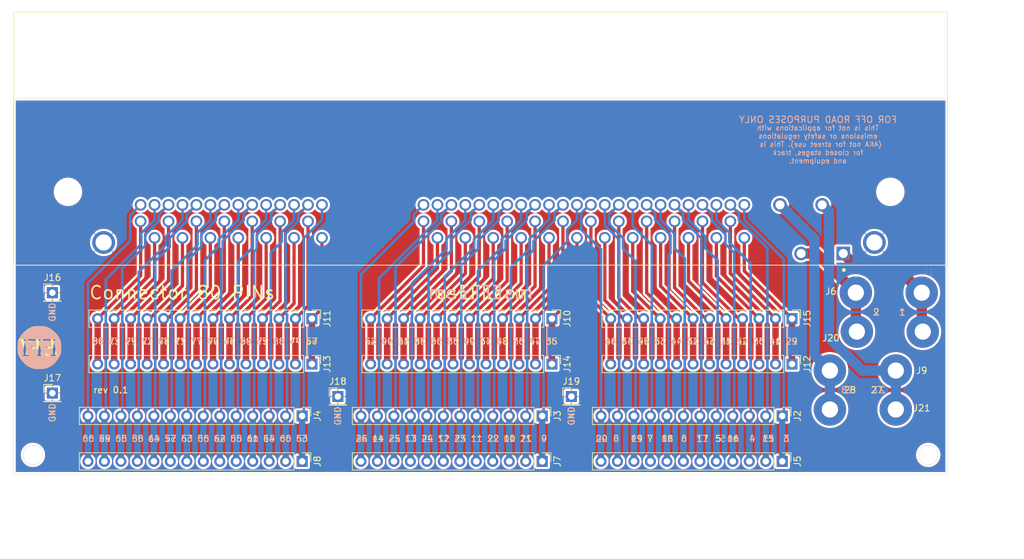
<source format=kicad_pcb>
(kicad_pcb (version 20221018) (generator pcbnew)
  (layers (0 "F.Cu" signal) (31 "B.Cu" signal) (34 "B.Paste" user) (35 "F.Paste" user) (36 "B.SilkS" user "B.Silkscreen") (37 "F.SilkS" user "F.Silkscreen") (38 "B.Mask" user) (39 "F.Mask" user) (44 "Edge.Cuts" user))
  (net 0 "")
  (net 1 "Net-(J1-Pad59)")
  (net 2 "Net-(J1-Pad58)")
  (net 3 "Net-(J1-Pad57)")
  (net 4 "Net-(J1-Pad56)")
  (net 5 "Net-(J1-Pad55)")
  (net 6 "Net-(J1-Pad54)")
  (net 7 "Net-(J1-Pad53)")
  (net 8 "Net-(J1-Pad14)")
  (net 9 "Net-(J1-Pad13)")
  (net 10 "Net-(J1-Pad12)")
  (net 11 "Net-(J1-Pad11)")
  (net 12 "Net-(J1-Pad10)")
  (net 13 "Net-(J1-Pad9)")
  (net 14 "Net-(J1-Pad8)")
  (net 15 "Net-(J1-Pad7)")
  (net 16 "Net-(J1-Pad6)")
  (net 17 "Net-(J1-Pad5)")
  (net 18 "Net-(J1-Pad4)")
  (net 19 "Net-(J1-Pad3)")
  (net 20 "Net-(J1-Pad66)")
  (net 21 "Net-(J1-Pad65)")
  (net 22 "Net-(J1-Pad64)")
  (net 23 "Net-(J1-Pad63)")
  (net 24 "Net-(J1-Pad62)")
  (net 25 "Net-(J1-Pad61)")
  (net 26 "Net-(J1-Pad60)")
  (net 27 "Net-(J1-Pad26)")
  (net 28 "Net-(J1-Pad25)")
  (net 29 "Net-(J1-Pad24)")
  (net 30 "Net-(J1-Pad23)")
  (net 31 "Net-(J1-Pad22)")
  (net 32 "Net-(J1-Pad21)")
  (net 33 "Net-(J1-Pad20)")
  (net 34 "Net-(J1-Pad19)")
  (net 35 "Net-(J1-Pad18)")
  (net 36 "Net-(J1-Pad17)")
  (net 37 "Net-(J1-Pad16)")
  (net 38 "Net-(J1-Pad15)")
  (net 39 "Net-(J1-Pad80)")
  (net 40 "Net-(J1-Pad73)")
  (net 41 "Net-(J1-Pad79)")
  (net 42 "Net-(J1-Pad72)")
  (net 43 "Net-(J1-Pad78)")
  (net 44 "Net-(J1-Pad71)")
  (net 45 "Net-(J1-Pad77)")
  (net 46 "Net-(J1-Pad70)")
  (net 47 "Net-(J1-Pad76)")
  (net 48 "Net-(J1-Pad69)")
  (net 49 "Net-(J1-Pad75)")
  (net 50 "Net-(J1-Pad68)")
  (net 51 "Net-(J1-Pad74)")
  (net 52 "Net-(J1-Pad67)")
  (net 53 "Net-(J1-Pad52)")
  (net 54 "Net-(J1-Pad40)")
  (net 55 "Net-(J1-Pad51)")
  (net 56 "Net-(J1-Pad39)")
  (net 57 "Net-(J1-Pad50)")
  (net 58 "Net-(J1-Pad38)")
  (net 59 "Net-(J1-Pad49)")
  (net 60 "Net-(J1-Pad37)")
  (net 61 "Net-(J1-Pad48)")
  (net 62 "Net-(J1-Pad36)")
  (net 63 "Net-(J1-Pad47)")
  (net 64 "Net-(J1-Pad35)")
  (net 65 "Net-(J1-Pad46)")
  (net 66 "Net-(J1-Pad34)")
  (net 67 "Net-(J1-Pad45)")
  (net 68 "Net-(J1-Pad33)")
  (net 69 "Net-(J1-Pad44)")
  (net 70 "Net-(J1-Pad32)")
  (net 71 "Net-(J1-Pad43)")
  (net 72 "Net-(J1-Pad31)")
  (net 73 "Net-(J1-Pad42)")
  (net 74 "Net-(J1-Pad30)")
  (net 75 "Net-(J1-Pad41)")
  (net 76 "Net-(J1-Pad29)")
  (net 77 "Net-(J1-Pad1)")
  (net 78 "Net-(J1-Pad2)")
  (net 79 "Net-(J1-Pad27)")
  (net 80 "Net-(J1-Pad28)")
  (net 81 "Earth")
  (footprint "rusefi:8-1393476-0" (layer "F.Cu") (at 107 75 180)
    (fp_text reference "J1")
    (fp_text value "8-1393476-0")
  )
  (footprint "Pin_Headers:Pin_Header_Straight_1x12_Pitch2.54mm" (layer "F.Cu") (at 153.5 105 -90)
    (fp_text reference "J2")
    (fp_text value "Conn_01x12")
  )
  (footprint "Pin_Headers:Pin_Header_Straight_1x12_Pitch2.54mm" (layer "F.Cu") (at 116.5 105 -90)
    (fp_text reference "J3")
    (fp_text value "Conn_01x12")
  )
  (footprint "Pin_Headers:Pin_Header_Straight_1x14_Pitch2.54mm" (layer "F.Cu") (at 79.5 105 -90)
    (fp_text reference "J4")
    (fp_text value "Conn_01x14")
  )
  (footprint "Pin_Headers:Pin_Header_Straight_1x12_Pitch2.54mm" (layer "F.Cu") (at 153.5 112 -90)
    (fp_text reference "J5")
    (fp_text value "Conn_01x12")
  )
  (footprint "Wire_Connections_Bridges:WireConnection_2.50mmDrill" (layer "F.Cu") (at 175 86 180)
    (fp_text reference "J6")
    (fp_text value "Screw_Terminal_01x02")
  )
  (footprint "Pin_Headers:Pin_Header_Straight_1x12_Pitch2.54mm" (layer "F.Cu") (at 116.5 112 -90)
    (fp_text reference "J7")
    (fp_text value "Conn_01x12")
  )
  (footprint "Pin_Headers:Pin_Header_Straight_1x14_Pitch2.54mm" (layer "F.Cu") (at 79.5 112 -90)
    (fp_text reference "J8")
    (fp_text value "Conn_01x14")
  )
  (footprint "Wire_Connections_Bridges:WireConnection_2.50mmDrill" (layer "F.Cu") (at 171 98 180)
    (fp_text reference "J9")
    (fp_text value "Screw_Terminal_01x02")
  )
  (footprint "Pin_Headers:Pin_Header_Straight_1x12_Pitch2.54mm" (layer "F.Cu") (at 118 90 -90)
    (fp_text reference "J10")
    (fp_text value "Conn_01x12")
  )
  (footprint "Pin_Headers:Pin_Header_Straight_1x14_Pitch2.54mm" (layer "F.Cu") (at 81 90 -90)
    (fp_text reference "J11")
    (fp_text value "Conn_01x14")
  )
  (footprint "Pin_Headers:Pin_Header_Straight_1x12_Pitch2.54mm" (layer "F.Cu") (at 155 97 -90)
    (fp_text reference "J12")
    (fp_text value "Conn_01x12")
  )
  (footprint "Pin_Headers:Pin_Header_Straight_1x14_Pitch2.54mm" (layer "F.Cu") (at 81 97 -90)
    (fp_text reference "J13")
    (fp_text value "Conn_01x14")
  )
  (footprint "Pin_Headers:Pin_Header_Straight_1x12_Pitch2.54mm" (layer "F.Cu") (at 118 97 -90)
    (fp_text reference "J14")
    (fp_text value "Conn_01x12")
  )
  (footprint "Pin_Headers:Pin_Header_Straight_1x12_Pitch2.54mm" (layer "F.Cu") (at 155 90 -90)
    (fp_text reference "J15")
    (fp_text value "Conn_01x12")
  )
  (footprint "Pin_Headers:Pin_Header_Straight_1x01_Pitch2.54mm" (layer "F.Cu") (at 41 86)
    (fp_text reference "J16")
    (fp_text value "Conn_01x01")
  )
  (footprint "Pin_Headers:Pin_Header_Straight_1x01_Pitch2.54mm" (layer "F.Cu") (at 41 101.475001)
    (fp_text reference "J17")
    (fp_text value "Conn_01x01")
  )
  (footprint "Pin_Headers:Pin_Header_Straight_1x01_Pitch2.54mm" (layer "F.Cu") (at 85 102)
    (fp_text reference "J18")
    (fp_text value "Conn_01x01")
  )
  (footprint "Pin_Headers:Pin_Header_Straight_1x01_Pitch2.54mm" (layer "F.Cu") (at 121 102)
    (fp_text reference "J19")
    (fp_text value "Conn_01x01")
  )
  (footprint "Wire_Connections_Bridges:WireConnection_2.50mmDrill" (layer "F.Cu") (at 175.16 92 180)
    (fp_text reference "J20")
    (fp_text value "Screw_Terminal_01x02")
  )
  (footprint "Wire_Connections_Bridges:WireConnection_2.50mmDrill" (layer "F.Cu") (at 171 104 180)
    (fp_text reference "J21")
    (fp_text value "Screw_Terminal_01x02")
  )
  (footprint "rusefi:LOGO" (layer "F.Cu") (at 39 94.5)
    (fp_text reference "G?" hide)
    (fp_text value "LOGO" hide)
  )
  (footprint "rusefi:LOGO" (layer "B.Cu") (at 39 94.5 180)
    (fp_text reference "G?" hide)
    (fp_text value "LOGO" hide)
  )
  (footprint "rusefi:Off_Road_Disclaimer" (layer "B.Cu") (at 159 62.5 180)
    (fp_text reference "G?" hide)
    (fp_text value "Disclaimer" hide)
  )
  (gr_circle (center 38 111) (end 39.5 111) (stroke (width 0.05)) (fill none) (layer "Edge.Cuts"))
  (gr_circle (center 176 111) (end 177.5 111) (stroke (width 0.05)) (fill none) (layer "Edge.Cuts"))
  (gr_line (start 35 56) (end 179 56) (stroke (width 0.05)) (layer "Edge.Cuts"))
  (gr_line (start 179 114) (end 35 114) (stroke (width 0.05)) (layer "Edge.Cuts"))
  (gr_line (start 179 56) (end 179 114) (stroke (width 0.05)) (layer "Edge.Cuts"))
  (gr_line (start 35 56) (end 35 114) (stroke (width 0.05)) (layer "Edge.Cuts"))
  (gr_text "29 41 30 42 31 43 32 44 33 45 34 46" (at 141 93.5) (layer "B.SilkS") (effects (font (size 0.95 0.95)) (justify mirror)))
  (gr_text "35 47 36 48 37 49 38 50 39 51 40 52" (at 104 93.5) (layer "B.SilkS") (effects (font (size 0.95 0.95)) (justify mirror)))
  (gr_text "67 74 68 75 69 76 70 77 71 78 72 79 73 80" (at 64.5 93.5) (layer "B.SilkS") (effects (font (size 0.95 0.95)) (justify mirror)))
  (gr_text "53 60 54 61 55 62 56 63 57 64 58 65 59 66" (at 63 108.5) (layer "B.SilkS") (effects (font (size 0.95 0.95)) (justify mirror)))
  (gr_text "9  21 10 22 11 23 12 24 13 25 14 26" (at 102.5 108.5) (layer "B.SilkS") (effects (font (size 0.95 0.95)) (justify mirror)))
  (gr_text "15     16    17     18    19     20" (at 138.5 108.5) (layer "B.SilkS") (effects (font (size 0.95 0.95)) (justify mirror)))
  (gr_text "3      4     5       6      7      8" (at 141 108.5) (layer "B.SilkS") (effects (font (size 0.95 0.95)) (justify mirror)))
  (gr_text "GND" (at 41 89 90) (layer "B.SilkS") (effects (font (size 0.95 0.95)) (justify mirror)))
  (gr_text "GND" (at 41 104.5 90) (layer "B.SilkS") (effects (font (size 0.95 0.95)) (justify mirror)))
  (gr_text "GND" (at 85 105 90) (layer "B.SilkS") (effects (font (size 0.95 0.95)) (justify mirror)))
  (gr_text "GND" (at 121 105 90) (layer "B.SilkS") (effects (font (size 0.95 0.95)) (justify mirror)))
  (gr_text "rusEFI.com" (at 107 86) (layer "B.SilkS") (effects (font (size 2 2) (thickness 0.25)) (justify mirror)))
  (gr_text "1    2" (at 170 89) (layer "B.SilkS") (effects (font (size 1 1)) (justify mirror)))
  (gr_text "27    28" (at 166 101) (layer "B.SilkS") (effects (font (size 1 1)) (justify mirror)))
  (gr_text "GND" (at 41 104.5 90) (layer "F.SilkS") (effects (font (size 0.95 0.95))))
  (gr_text "GND" (at 85 105 90) (layer "F.SilkS") (effects (font (size 0.95 0.95))))
  (gr_text "GND" (at 121 105 90) (layer "F.SilkS") (effects (font (size 0.95 0.95))))
  (gr_text "GND" (at 41 89 90) (layer "F.SilkS") (effects (font (size 0.95 0.95))))
  (gr_text "rev 0.1" (at 50 101) (layer "F.SilkS") (effects (font (size 1 1))))
  (gr_text "rusEFI.com" (at 107 86) (layer "F.SilkS") (effects (font (size 2 2) (thickness 0.25))))
  (gr_text "46 34 45 33 44 32 43 31 42 30 41 29" (at 141 93.5) (layer "F.SilkS") (effects (font (size 0.95 0.95))))
  (gr_text "80 73 79 72 78 71 77 70 76 69 75 68 74 67" (at 64.5 93.5) (layer "F.SilkS") (effects (font (size 0.95 0.95))))
  (gr_text "2    1" (at 170 89) (layer "F.SilkS") (effects (font (size 1 1))))
  (gr_text "20     19    18     17    16     15" (at 138.5 108.5) (layer "F.SilkS") (effects (font (size 0.95 0.95))))
  (gr_text "Connector 80 PINs" (at 61 86) (layer "F.SilkS") (effects (font (size 2 2) (thickness 0.25))))
  (gr_text "8      7      6      5      4      3" (at 141 108.5) (layer "F.SilkS") (effects (font (size 0.95 0.95))))
  (gr_text "28   27" (at 166 101) (layer "F.SilkS") (effects (font (size 1 1))))
  (gr_text "66 59 65 58 64 57 63 56 62 55 61 54 60 53" (at 63 108.5) (layer "F.SilkS") (effects (font (size 0.95 0.95))))
  (gr_text "26 14 25 13 24 12 23 11 22 10 21  9" (at 102.5 108.5) (layer "F.SilkS") (effects (font (size 0.95 0.95))))
  (gr_text "52 40 51 39 50 38 49 37 48 36 47 35" (at 104 93.5) (layer "F.SilkS") (effects (font (size 0.95 0.95))))
  (segment (start 54.711262 77.211262) (end 54.711262 78.480198) (width 0.4) (layer "B.Cu") (net 1))
  (segment (start 49.02 112) (end 49.02 105) (width 1) (layer "B.Cu") (net 1))
  (segment (start 56.75 74.774002) (end 54.637001 76.887001) (width 0.4) (layer "B.Cu") (net 1))
  (segment (start 54.637001 76.887001) (end 54.637001 77.137001) (width 0.4) (layer "B.Cu") (net 1))
  (segment (start 54.711262 78.480198) (end 49.230001 83.961459) (width 0.4) (layer "B.Cu") (net 1))
  (segment (start 49.230001 104.789999) (end 49.02 105) (width 0.4) (layer "B.Cu") (net 1))
  (segment (start 49.230001 83.961459) (end 49.230001 104.789999) (width 0.4) (layer "B.Cu") (net 1))
  (segment (start 56.75 72.46) (end 56.75 74.774002) (width 0.4) (layer "B.Cu") (net 1))
  (segment (start 54.637001 77.137001) (end 54.711262 77.211262) (width 0.4) (layer "B.Cu") (net 1))
  (segment (start 58.482001 78.638001) (end 54.310001 82.810001) (width 0.4) (layer "B.Cu") (net 2))
  (segment (start 61.05 74.774002) (end 58.482001 77.342001) (width 0.4) (layer "B.Cu") (net 2))
  (segment (start 58.482001 77.342001) (end 58.482001 78.638001) (width 0.4) (layer "B.Cu") (net 2))
  (segment (start 54.1 105) (end 54.1 112) (width 1) (layer "B.Cu") (net 2))
  (segment (start 54.310001 82.810001) (end 54.310001 104.789999) (width 0.4) (layer "B.Cu") (net 2))
  (segment (start 54.310001 104.789999) (end 54.1 105) (width 0.4) (layer "B.Cu") (net 2))
  (segment (start 61.05 72.46) (end 61.05 74.774002) (width 0.4) (layer "B.Cu") (net 2))
  (segment (start 63.374002 78.624002) (end 63.374002 76.75) (width 0.4) (layer "B.Cu") (net 3))
  (segment (start 63.374002 76.75) (end 65.35 74.774002) (width 0.4) (layer "B.Cu") (net 3))
  (segment (start 65.35 74.774002) (end 65.35 72.46) (width 0.4) (layer "B.Cu") (net 3))
  (segment (start 59.390001 82.608003) (end 63.374002 78.624002) (width 0.4) (layer "B.Cu") (net 3))
  (segment (start 59.18 105) (end 59.18 112) (width 1) (layer "B.Cu") (net 3))
  (segment (start 59.390001 104.789999) (end 59.390001 82.608003) (width 0.4) (layer "B.Cu") (net 3))
  (segment (start 59.18 105) (end 59.390001 104.789999) (width 0.4) (layer "B.Cu") (net 3))
  (segment (start 64.26 105) (end 64.509999 104.750001) (width 0.4) (layer "B.Cu") (net 4))
  (segment (start 69.65 74.774002) (end 69.65 72.46) (width 0.4) (layer "B.Cu") (net 4))
  (segment (start 64.26 105) (end 64.26 112) (width 1) (layer "B.Cu") (net 4))
  (segment (start 64.509999 104.750001) (end 64.509999 80.990001) (width 0.4) (layer "B.Cu") (net 4))
  (segment (start 66.650001 77.774001) (end 69.65 74.774002) (width 0.4) (layer "B.Cu") (net 4))
  (segment (start 66.650001 78.849999) (end 66.650001 77.774001) (width 0.4) (layer "B.Cu") (net 4))
  (segment (start 64.509999 80.990001) (end 66.650001 78.849999) (width 0.4) (layer "B.Cu") (net 4))
  (segment (start 69.589999 81.311459) (end 71.89999 79.001468) (width 0.4) (layer "B.Cu") (net 5))
  (segment (start 69.34 105) (end 69.34 112) (width 1) (layer "B.Cu") (net 5))
  (segment (start 73.95 74.774002) (end 73.95 72.46) (width 0.4) (layer "B.Cu") (net 5))
  (segment (start 71.89999 79.001468) (end 71.89999 76.824012) (width 0.4) (layer "B.Cu") (net 5))
  (segment (start 71.89999 76.824012) (end 73.95 74.774002) (width 0.4) (layer "B.Cu") (net 5))
  (segment (start 69.34 105) (end 69.589999 104.750001) (width 0.4) (layer "B.Cu") (net 5))
  (segment (start 69.589999 104.750001) (end 69.589999 81.311459) (width 0.4) (layer "B.Cu") (net 5))
  (segment (start 74.669999 79.830001) (end 76.349989 78.150011) (width 0.4) (layer "B.Cu") (net 6))
  (segment (start 76.349989 76.650011) (end 76.699999 76.300001) (width 0.4) (layer "B.Cu") (net 6))
  (segment (start 78.25 74.774002) (end 78.25 72.46) (width 0.4) (layer "B.Cu") (net 6))
  (segment (start 76.724001 76.300001) (end 78.25 74.774002) (width 0.4) (layer "B.Cu") (net 6))
  (segment (start 74.42 105) (end 74.669999 104.750001) (width 0.4) (layer "B.Cu") (net 6))
  (segment (start 76.349989 78.150011) (end 76.349989 76.650011) (width 0.4) (layer "B.Cu") (net 6))
  (segment (start 74.42 105) (end 74.42 112) (width 1) (layer "B.Cu") (net 6))
  (segment (start 74.669999 104.750001) (end 74.669999 79.830001) (width 0.4) (layer "B.Cu") (net 6))
  (segment (start 76.699999 76.300001) (end 76.724001 76.300001) (width 0.4) (layer "B.Cu") (net 6))
  (segment (start 79.749999 104.750001) (end 79.5 105) (width 0.4) (layer "B.Cu") (net 7))
  (segment (start 82.55 74.774002) (end 79.749999 77.574003) (width 0.4) (layer "B.Cu") (net 7))
  (segment (start 82.55 72.46) (end 82.55 74.774002) (width 0.4) (layer "B.Cu") (net 7))
  (segment (start 79.749999 77.574003) (end 79.749999 104.750001) (width 0.4) (layer "B.Cu") (net 7))
  (segment (start 79.5 105) (end 79.5 112) (width 1) (layer "B.Cu") (net 7))
  (segment (start 91.349999 104.750001) (end 91.1 105) (width 0.4) (layer "B.Cu") (net 8))
  (segment (start 91.349999 83.774003) (end 91.349999 104.750001) (width 0.4) (layer "B.Cu") (net 8))
  (segment (start 100.35 72.46) (end 100.35 74.774002) (width 0.4) (layer "B.Cu") (net 8))
  (segment (start 91.1 112) (end 91.1 105) (width 1) (layer "B.Cu") (net 8))
  (segment (start 100.35 74.774002) (end 91.349999 83.774003) (width 0.4) (layer "B.Cu") (net 8))
  (segment (start 96.18 112) (end 96.18 105) (width 1) (layer "B.Cu") (net 9))
  (segment (start 96.429999 89.820001) (end 96.429999 84.570001) (width 0.4) (layer "B.Cu") (net 9))
  (segment (start 96.429999 84.570001) (end 101.75 79.25) (width 0.4) (layer "B.Cu") (net 9))
  (segment (start 96.390001 104.789999) (end 96.390001 89.859999) (width 0.4) (layer "B.Cu") (net 9))
  (segment (start 96.18 105) (end 96.390001 104.789999) (width 0.4) (layer "B.Cu") (net 9))
  (segment (start 101.75 77.674002) (end 104.65 74.774002) (width 0.4) (layer "B.Cu") (net 9))
  (segment (start 104.65 74.774002) (end 104.65 72.46) (width 0.4) (layer "B.Cu") (net 9))
  (segment (start 101.75 79.25) (end 101.75 77.674002) (width 0.4) (layer "B.Cu") (net 9))
  (segment (start 96.390001 89.859999) (end 96.429999 89.820001) (width 0.4) (layer "B.Cu") (net 9))
  (segment (start 101.26 105) (end 101.470001 104.789999) (width 0.4) (layer "B.Cu") (net 10))
  (segment (start 101.470001 83.529999) (end 106 79) (width 0.4) (layer "B.Cu") (net 10))
  (segment (start 108.95 74.8) (end 108.95 72.46) (width 0.4) (layer "B.Cu") (net 10))
  (segment (start 101.26 112) (end 101.26 105) (width 1) (layer "B.Cu") (net 10))
  (segment (start 101.470001 104.789999) (end 101.470001 83.529999) (width 0.4) (layer "B.Cu") (net 10))
  (segment (start 106 79) (end 106 77.75) (width 0.4) (layer "B.Cu") (net 10))
  (segment (start 106 77.75) (end 108.95 74.8) (width 0.4) (layer "B.Cu") (net 10))
  (segment (start 111.724001 76.300001) (end 111.700001 76.300001) (width 0.4) (layer "B.Cu") (net 11))
  (segment (start 106.34 112) (end 106.34 105) (width 1) (layer "B.Cu") (net 11))
  (segment (start 110.250001 77.750001) (end 110.250001 78.999999) (width 0.4) (layer "B.Cu") (net 11))
  (segment (start 111.700001 76.300001) (end 110.250001 77.750001) (width 0.4) (layer "B.Cu") (net 11))
  (segment (start 106.589999 82.660001) (end 106.589999 104.750001) (width 0.4) (layer "B.Cu") (net 11))
  (segment (start 110.250001 78.999999) (end 106.589999 82.660001) (width 0.4) (layer "B.Cu") (net 11))
  (segment (start 113.25 72.46) (end 113.25 74.774002) (width 0.4) (layer "B.Cu") (net 11))
  (segment (start 113.25 74.774002) (end 111.724001 76.300001) (width 0.4) (layer "B.Cu") (net 11))
  (segment (start 106.589999 104.750001) (end 106.34 105) (width 0.4) (layer "B.Cu") (net 11))
  (segment (start 111.42 105) (end 111.669999 104.750001) (width 0.4) (layer "B.Cu") (net 12))
  (segment (start 114.550001 77.699999) (end 117.55 74.7) (width 0.4) (layer "B.Cu") (net 12))
  (segment (start 117.55 74.7) (end 117.55 72.46) (width 0.4) (layer "B.Cu") (net 12))
  (segment (start 111.42 112) (end 111.42 105) (width 1) (layer "B.Cu") (net 12))
  (segment (start 111.669999 82.080001) (end 114.550001 79.199999) (width 0.4) (layer "B.Cu") (net 12))
  (segment (start 111.669999 104.750001) (end 111.669999 82.080001) (width 0.4) (layer "B.Cu") (net 12))
  (segment (start 114.550001 79.199999) (end 114.550001 77.699999) (width 0.4) (layer "B.Cu") (net 12))
  (segment (start 121.85 74.774002) (end 121.85 72.46) (width 0.4) (layer "B.Cu") (net 13))
  (segment (start 120.324001 76.300001) (end 121.85 74.774002) (width 0.4) (layer "B.Cu") (net 13))
  (segment (start 120.324001 78.175999) (end 120.324001 76.300001) (width 0.4) (layer "B.Cu") (net 13))
  (segment (start 116.5 105) (end 116.710001 104.789999) (width 0.4) (layer "B.Cu") (net 13))
  (segment (start 116.710001 81.789999) (end 120.324001 78.175999) (width 0.4) (layer "B.Cu") (net 13))
  (segment (start 116.710001 104.789999) (end 116.710001 81.789999) (width 0.4) (layer "B.Cu") (net 13))
  (segment (start 116.5 105) (end 116.5 112) (width 1) (layer "B.Cu") (net 13))
  (segment (start 126.15 75.615998) (end 128.349999 77.815997) (width 0.4) (layer "B.Cu") (net 14))
  (segment (start 128.349999 77.815997) (end 128.349999 104.750001) (width 0.4) (layer "B.Cu") (net 14))
  (segment (start 128.349999 104.750001) (end 128.1 105) (width 0.4) (layer "B.Cu") (net 14))
  (segment (start 126.15 72.46) (end 126.15 75.615998) (width 0.4) (layer "B.Cu") (net 14))
  (segment (start 128.1 105) (end 128.1 112) (width 1) (layer "B.Cu") (net 14))
  (segment (start 130.45 72.46) (end 130.45 75.7) (width 0.4) (layer "B.Cu") (net 15))
  (segment (start 130.45 75.7) (end 133.390001 78.640001) (width 0.4) (layer "B.Cu") (net 15))
  (segment (start 133.390001 104.789999) (end 133.18 105) (width 0.4) (layer "B.Cu") (net 15))
  (segment (start 133.18 105) (end 133.18 112) (width 1) (layer "B.Cu") (net 15))
  (segment (start 133.390001 78.640001) (end 133.390001 104.789999) (width 0.4) (layer "B.Cu") (net 15))
  (segment (start 134.75 72.46) (end 134.75 74.767456) (width 0.4) (layer "B.Cu") (net 16))
  (segment (start 134.75 74.767456) (end 136.866272 76.883728) (width 0.4) (layer "B.Cu") (net 16))
  (segment (start 136.866272 79.116272) (end 138.470001 80.720001) (width 0.4) (layer "B.Cu") (net 16))
  (segment (start 138.470001 80.720001) (end 138.470001 104.789999) (width 0.4) (layer "B.Cu") (net 16))
  (segment (start 138.470001 104.789999) (end 138.26 105) (width 0.4) (layer "B.Cu") (net 16))
  (segment (start 138.26 105) (end 138.26 112) (width 1) (layer "B.Cu") (net 16))
  (segment (start 136.866272 76.883728) (end 136.866272 79.116272) (width 0.4) (layer "B.Cu") (net 16))
  (segment (start 143.550001 81.050001) (end 141.610011 79.110011) (width 0.4) (layer "B.Cu") (net 17))
  (segment (start 139.05 74.767456) (end 139.05 72.46) (width 0.4) (layer "B.Cu") (net 17))
  (segment (start 141.610011 79.110011) (end 141.61001 77.327466) (width 0.4) (layer "B.Cu") (net 17))
  (segment (start 141.61001 77.327466) (end 139.05 74.767456) (width 0.4) (layer "B.Cu") (net 17))
  (segment (start 143.34 105) (end 143.550001 104.789999) (width 0.4) (layer "B.Cu") (net 17))
  (segment (start 143.34 105) (end 143.34 112) (width 1) (layer "B.Cu") (net 17))
  (segment (start 143.550001 104.789999) (end 143.550001 81.050001) (width 0.4) (layer "B.Cu") (net 17))
  (segment (start 148.42 105) (end 148.630001 104.789999) (width 0.4) (layer "B.Cu") (net 18))
  (segment (start 148.630001 104.789999) (end 148.630001 81.531459) (width 0.4) (layer "B.Cu") (net 18))
  (segment (start 148.42 105) (end 148.42 112) (width 1) (layer "B.Cu") (net 18))
  (segment (start 143.35 74.767456) (end 143.35 72.46) (width 0.4) (layer "B.Cu") (net 18))
  (segment (start 148.630001 81.531459) (end 145.342011 78.243469) (width 0.4) (layer "B.Cu") (net 18))
  (segment (start 145.342011 76.759467) (end 143.35 74.767456) (width 0.4) (layer "B.Cu") (net 18))
  (segment (start 145.342011 78.243469) (end 145.342011 76.759467) (width 0.4) (layer "B.Cu") (net 18))
  (segment (start 147.65 74.767456) (end 153.749999 80.867455) (width 0.4) (layer "B.Cu") (net 19))
  (segment (start 147.65 72.46) (end 147.65 74.767456) (width 0.4) (layer "B.Cu") (net 19))
  (segment (start 153.5 105) (end 153.5 112) (width 1) (layer "B.Cu") (net 19))
  (segment (start 153.749999 80.867455) (end 153.749999 104.750001) (width 0.4) (layer "B.Cu") (net 19))
  (segment (start 153.749999 104.750001) (end 153.5 105) (width 0.4) (layer "B.Cu") (net 19))
  (segment (start 53 78) (end 46.48 84.52) (width 0.4) (layer "B.Cu") (net 20))
  (segment (start 46.48 85.52) (end 46.48 105) (width 0.4) (layer "B.Cu") (net 20))
  (segment (start 53 74.06) (end 53 78) (width 0.4) (layer "B.Cu") (net 20))
  (segment (start 46.48 84.52) (end 46.48 85.52) (width 0.4) (layer "B.Cu") (net 20))
  (segment (start 54.6 72.46) (end 53 74.06) (width 0.4) (layer "B.Cu") (net 20))
  (segment (start 46.48 105) (end 46.48 112) (width 1) (layer "B.Cu") (net 20))
  (segment (start 57.35001 74.00999) (end 57.350009 75.022535) (width 0.4) (layer "B.Cu") (net 21))
  (segment (start 51.56 105) (end 51.56 112) (width 1) (layer "B.Cu") (net 21))
  (segment (start 55.311272 77.061272) (end 55.311272 78.72873) (width 0.4) (layer "B.Cu") (net 21))
  (segment (start 55.311272 78.72873) (end 51.770001 82.270001) (width 0.4) (layer "B.Cu") (net 21))
  (segment (start 58.9 72.46) (end 57.35001 74.00999) (width 0.4) (layer "B.Cu") (net 21))
  (segment (start 57.350009 75.022535) (end 55.311272 77.061272) (width 0.4) (layer "B.Cu") (net 21))
  (segment (start 51.770001 104.789999) (end 51.56 105) (width 0.4) (layer "B.Cu") (net 21))
  (segment (start 51.770001 82.270001) (end 51.770001 104.789999) (width 0.4) (layer "B.Cu") (net 21))
  (segment (start 56.850001 81.149999) (end 59.082011 78.917989) (width 0.4) (layer "B.Cu") (net 22))
  (segment (start 59.082011 78.917989) (end 59.082011 77.590533) (width 0.4) (layer "B.Cu") (net 22))
  (segment (start 59.082011 77.590533) (end 61.650009 75.022535) (width 0.4) (layer "B.Cu") (net 22))
  (segment (start 56.850001 104.789999) (end 56.850001 81.149999) (width 0.4) (layer "B.Cu") (net 22))
  (segment (start 61.650009 74.009991) (end 63.2 72.46) (width 0.4) (layer "B.Cu") (net 22))
  (segment (start 61.650009 75.022535) (end 61.650009 74.009991) (width 0.4) (layer "B.Cu") (net 22))
  (segment (start 56.64 105) (end 56.850001 104.789999) (width 0.4) (layer "B.Cu") (net 22))
  (segment (start 56.64 112) (end 56.64 105) (width 1) (layer "B.Cu") (net 22))
  (segment (start 63.974012 78.872534) (end 61.930001 80.916545) (width 0.4) (layer "B.Cu") (net 23))
  (segment (start 63.974012 76.998532) (end 63.974012 78.872534) (width 0.4) (layer "B.Cu") (net 23))
  (segment (start 67.5 72.46) (end 66.199999 73.760001) (width 0.4) (layer "B.Cu") (net 23))
  (segment (start 61.930001 80.916545) (end 61.930001 104.789999) (width 0.4) (layer "B.Cu") (net 23))
  (segment (start 66.199999 74.772545) (end 63.974012 76.998532) (width 0.4) (layer "B.Cu") (net 23))
  (segment (start 61.72 112) (end 61.72 105) (width 1) (layer "B.Cu") (net 23))
  (segment (start 66.199999 73.760001) (end 66.199999 74.772545) (width 0.4) (layer "B.Cu") (net 23))
  (segment (start 61.930001 104.789999) (end 61.72 105) (width 0.4) (layer "B.Cu") (net 23))
  (segment (start 70.499999 73.760001) (end 71.8 72.46) (width 0.4) (layer "B.Cu") (net 24))
  (segment (start 67.010001 79.338541) (end 67.250011 79.098531) (width 0.4) (layer "B.Cu") (net 24))
  (segment (start 70.499999 74.772545) (end 70.499999 73.760001) (width 0.4) (layer "B.Cu") (net 24))
  (segment (start 66.8 112) (end 66.8 105) (width 1) (layer "B.Cu") (net 24))
  (segment (start 67.250011 79.098531) (end 67.250011 78.022533) (width 0.4) (layer "B.Cu") (net 24))
  (segment (start 66.8 105) (end 67.010001 104.789999) (width 0.4) (layer "B.Cu") (net 24))
  (segment (start 67.010001 104.789999) (end 67.010001 79.338541) (width 0.4) (layer "B.Cu") (net 24))
  (segment (start 67.250011 78.022533) (end 70.499999 74.772545) (width 0.4) (layer "B.Cu") (net 24))
  (segment (start 74.75 74.75) (end 74.55001 74.94999) (width 0.4) (layer "B.Cu") (net 25))
  (segment (start 71.88 112) (end 71.88 105) (width 1) (layer "B.Cu") (net 25))
  (segment (start 74.550009 75.022535) (end 72.5 77.072544) (width 0.4) (layer "B.Cu") (net 25))
  (segment (start 72.5 79.25) (end 72.090001 79.659999) (width 0.4) (layer "B.Cu") (net 25))
  (segment (start 76.1 72.46) (end 74.75 73.81) (width 0.4) (layer "B.Cu") (net 25))
  (segment (start 72.5 77.072544) (end 72.5 79.25) (width 0.4) (layer "B.Cu") (net 25))
  (segment (start 74.75 73.81) (end 74.75 74.75) (width 0.4) (layer "B.Cu") (net 25))
  (segment (start 72.090001 104.789999) (end 71.88 105) (width 0.4) (layer "B.Cu") (net 25))
  (segment (start 72.090001 79.659999) (end 72.090001 104.789999) (width 0.4) (layer "B.Cu") (net 25))
  (segment (start 74.55001 74.94999) (end 74.550009 75.022535) (width 0.4) (layer "B.Cu") (net 25))
  (segment (start 76.949999 89.179997) (end 76.949999 76.900011) (width 0.4) (layer "B.Cu") (net 26))
  (segment (start 77.170001 104.789999) (end 77.170001 89.399999) (width 0.4) (layer "B.Cu") (net 26))
  (segment (start 76.972534 76.90001) (end 78.850009 75.022535) (width 0.4) (layer "B.Cu") (net 26))
  (segment (start 76.949999 76.900011) (end 76.972534 76.90001) (width 0.4) (layer "B.Cu") (net 26))
  (segment (start 77.170001 89.399999) (end 76.949999 89.179997) (width 0.4) (layer "B.Cu") (net 26))
  (segment (start 78.850009 74.009991) (end 80.4 72.46) (width 0.4) (layer "B.Cu") (net 26))
  (segment (start 76.96 112) (end 76.96 105) (width 1) (layer "B.Cu") (net 26))
  (segment (start 76.96 105) (end 77.170001 104.789999) (width 0.4) (layer "B.Cu") (net 26))
  (segment (start 78.850009 75.022535) (end 78.850009 74.009991) (width 0.4) (layer "B.Cu") (net 26))
  (segment (start 98.2 72.46) (end 96.75 73.91) (width 0.4) (layer "B.Cu") (net 27))
  (segment (start 88.56 105) (end 88.56 84.31) (width 0.4) (layer "B.Cu") (net 27))
  (segment (start 96.75 75) (end 88.56 83.19) (width 0.4) (layer "B.Cu") (net 27))
  (segment (start 96.75 73.91) (end 96.75 75) (width 0.4) (layer "B.Cu") (net 27))
  (segment (start 88.56 105) (end 88.56 112) (width 1) (layer "B.Cu") (net 27))
  (segment (start 88.56 83.19) (end 88.56 84.31) (width 0.4) (layer "B.Cu") (net 27))
  (segment (start 93.64 105) (end 93.64 112) (width 1) (layer "B.Cu") (net 28))
  (segment (start 93.889999 104.750001) (end 93.889999 82.082545) (width 0.4) (layer "B.Cu") (net 28))
  (segment (start 100.950009 74.009991) (end 101.199999 73.760001) (width 0.4) (layer "B.Cu") (net 28))
  (segment (start 100.950009 75.022535) (end 100.950009 74.009991) (width 0.4) (layer "B.Cu") (net 28))
  (segment (start 93.64 105) (end 93.889999 104.750001) (width 0.4) (layer "B.Cu") (net 28))
  (segment (start 93.889999 82.082545) (end 100.950009 75.022535) (width 0.4) (layer "B.Cu") (net 28))
  (segment (start 101.199999 73.760001) (end 102.5 72.46) (width 0.4) (layer "B.Cu") (net 28))
  (segment (start 106.8 72.46) (end 105.499999 73.760001) (width 0.4) (layer "B.Cu") (net 29))
  (segment (start 98.969999 104.750001) (end 98.72 105) (width 0.4) (layer "B.Cu") (net 29))
  (segment (start 102.5 77.772544) (end 102.5 79.5) (width 0.4) (layer "B.Cu") (net 29))
  (segment (start 105.499999 74.772545) (end 102.5 77.772544) (width 0.4) (layer "B.Cu") (net 29))
  (segment (start 98.969999 83.030001) (end 98.969999 104.750001) (width 0.4) (layer "B.Cu") (net 29))
  (segment (start 105.499999 73.760001) (end 105.499999 74.772545) (width 0.4) (layer "B.Cu") (net 29))
  (segment (start 98.72 105) (end 98.72 112) (width 1) (layer "B.Cu") (net 29))
  (segment (start 102.5 79.5) (end 98.969999 83.030001) (width 0.4) (layer "B.Cu") (net 29))
  (segment (start 106.60001 77.998532) (end 109.799999 74.798543) (width 0.4) (layer "B.Cu") (net 30))
  (segment (start 103.8 105) (end 103.8 112) (width 1) (layer "B.Cu") (net 30))
  (segment (start 109.799999 74.798543) (end 109.799999 73.760001) (width 0.4) (layer "B.Cu") (net 30))
  (segment (start 104.010001 104.789999) (end 104.010001 81.838541) (width 0.4) (layer "B.Cu") (net 30))
  (segment (start 103.8 105) (end 104.010001 104.789999) (width 0.4) (layer "B.Cu") (net 30))
  (segment (start 109.799999 73.760001) (end 111.1 72.46) (width 0.4) (layer "B.Cu") (net 30))
  (segment (start 104.010001 81.838541) (end 106.60001 79.248532) (width 0.4) (layer "B.Cu") (net 30))
  (segment (start 106.60001 79.248532) (end 106.60001 77.998532) (width 0.4) (layer "B.Cu") (net 30))
  (segment (start 109.090001 81.008541) (end 110.850011 79.248531) (width 0.4) (layer "B.Cu") (net 31))
  (segment (start 109.090001 104.789999) (end 109.090001 81.008541) (width 0.4) (layer "B.Cu") (net 31))
  (segment (start 108.88 105) (end 108.88 112) (width 1) (layer "B.Cu") (net 31))
  (segment (start 108.88 105) (end 109.090001 104.789999) (width 0.4) (layer "B.Cu") (net 31))
  (segment (start 110.850011 78.022533) (end 114.099999 74.772545) (width 0.4) (layer "B.Cu") (net 31))
  (segment (start 110.850011 79.248531) (end 110.850011 78.022533) (width 0.4) (layer "B.Cu") (net 31))
  (segment (start 114.099999 74.772545) (end 114.099999 73.760001) (width 0.4) (layer "B.Cu") (net 31))
  (segment (start 114.099999 73.760001) (end 115.4 72.46) (width 0.4) (layer "B.Cu") (net 31))
  (segment (start 113.96 105) (end 114.170001 104.789999) (width 0.4) (layer "B.Cu") (net 32))
  (segment (start 118.399999 73.760001) (end 119.7 72.46) (width 0.4) (layer "B.Cu") (net 32))
  (segment (start 113.96 105) (end 113.96 112) (width 1) (layer "B.Cu") (net 32))
  (segment (start 115.150011 78.099989) (end 118.399999 74.850001) (width 0.4) (layer "B.Cu") (net 32))
  (segment (start 114.170001 104.789999) (end 114.170001 80.428541) (width 0.4) (layer "B.Cu") (net 32))
  (segment (start 114.170001 80.428541) (end 115.150011 79.448531) (width 0.4) (layer "B.Cu") (net 32))
  (segment (start 115.150011 79.448531) (end 115.150011 78.099989) (width 0.4) (layer "B.Cu") (net 32))
  (segment (start 118.399999 74.850001) (end 118.399999 73.760001) (width 0.4) (layer "B.Cu") (net 32))
  (segment (start 122.5 76.265998) (end 125.56 79.325998) (width 0.4) (layer "B.Cu") (net 33))
  (segment (start 125.56 79.325998) (end 125.56 105) (width 0.4) (layer "B.Cu") (net 33))
  (segment (start 124 72.46) (end 123.79 72.46) (width 0.4) (layer "B.Cu") (net 33))
  (segment (start 123.79 72.46) (end 122.5 73.75) (width 0.4) (layer "B.Cu") (net 33))
  (segment (start 122.5 73.75) (end 122.5 76.265998) (width 0.4) (layer "B.Cu") (net 33))
  (segment (start 125.56 112) (end 125.56 105) (width 1) (layer "B.Cu") (net 33))
  (segment (start 130.860001 81.110001) (end 128.950009 79.200009) (width 0.4) (layer "B.Cu") (net 34))
  (segment (start 130.889999 81.110001) (end 130.860001 81.110001) (width 0.4) (layer "B.Cu") (net 34))
  (segment (start 130.64 112) (end 130.64 105) (width 1) (layer "B.Cu") (net 34))
  (segment (start 128.950008 77.567464) (end 126.816272 75.433728) (width 0.4) (layer "B.Cu") (net 34))
  (segment (start 130.889999 104.750001) (end 130.64 105) (width 0.4) (layer "B.Cu") (net 34))
  (segment (start 130.889999 81.110001) (end 130.889999 104.750001) (width 0.4) (layer "B.Cu") (net 34))
  (segment (start 126.816272 73.943728) (end 128.3 72.46) (width 0.4) (layer "B.Cu") (net 34))
  (segment (start 128.950009 79.200009) (end 128.950008 77.567464) (width 0.4) (layer "B.Cu") (net 34))
  (segment (start 126.816272 75.433728) (end 126.816272 73.943728) (width 0.4) (layer "B.Cu") (net 34))
  (segment (start 136.266262 77.13226) (end 133.900001 74.765999) (width 0.4) (layer "B.Cu") (net 35))
  (segment (start 136.266262 79.923736) (end 136.266262 77.13226) (width 0.4) (layer "B.Cu") (net 35))
  (segment (start 135.72 112) (end 135.72 105) (width 1) (layer "B.Cu") (net 35))
  (segment (start 135.969999 80.219999) (end 136.266262 79.923736) (width 0.4) (layer "B.Cu") (net 35))
  (segment (start 133.900001 73.760001) (end 132.6 72.46) (width 0.4) (layer "B.Cu") (net 35))
  (segment (start 135.969999 104.750001) (end 135.969999 80.219999) (width 0.4) (layer "B.Cu") (net 35))
  (segment (start 135.72 105) (end 135.969999 104.750001) (width 0.4) (layer "B.Cu") (net 35))
  (segment (start 133.900001 74.765999) (end 133.900001 73.760001) (width 0.4) (layer "B.Cu") (net 35))
  (segment (start 138.200001 73.760001) (end 138.200001 74.765999) (width 0.4) (layer "B.Cu") (net 36))
  (segment (start 138.200001 74.765999) (end 141.010001 77.575999) (width 0.4) (layer "B.Cu") (net 36))
  (segment (start 136.9 72.46) (end 138.200001 73.760001) (width 0.4) (layer "B.Cu") (net 36))
  (segment (start 141.010001 104.789999) (end 140.8 105) (width 0.4) (layer "B.Cu") (net 36))
  (segment (start 140.8 112) (end 140.8 105) (width 1) (layer "B.Cu") (net 36))
  (segment (start 141.010001 77.575999) (end 141.010001 104.789999) (width 0.4) (layer "B.Cu") (net 36))
  (segment (start 146.090001 79.840001) (end 146.090001 104.789999) (width 0.4) (layer "B.Cu") (net 37))
  (segment (start 141.2 72.46) (end 142.687001 73.947001) (width 0.4) (layer "B.Cu") (net 37))
  (segment (start 144.742001 77.007999) (end 144.742001 78.492001) (width 0.4) (layer "B.Cu") (net 37))
  (segment (start 142.687001 73.947001) (end 142.687001 74.952999) (width 0.4) (layer "B.Cu") (net 37))
  (segment (start 145.88 112) (end 145.88 105) (width 1) (layer "B.Cu") (net 37))
  (segment (start 144.742001 78.492001) (end 146.090001 79.840001) (width 0.4) (layer "B.Cu") (net 37))
  (segment (start 142.687001 74.952999) (end 144.742001 77.007999) (width 0.4) (layer "B.Cu") (net 37))
  (segment (start 146.090001 104.789999) (end 145.88 105) (width 0.4) (layer "B.Cu") (net 37))
  (segment (start 146.800001 73.760001) (end 146.800001 74.765999) (width 0.4) (layer "B.Cu") (net 38))
  (segment (start 150.96 105) (end 150.96 112) (width 1) (layer "B.Cu") (net 38))
  (segment (start 146.800001 74.765999) (end 151.209999 79.175997) (width 0.4) (layer "B.Cu") (net 38))
  (segment (start 151.209999 79.175997) (end 151.209999 104.750001) (width 0.4) (layer "B.Cu") (net 38))
  (segment (start 145.5 72.46) (end 146.800001 73.760001) (width 0.4) (layer "B.Cu") (net 38))
  (segment (start 151.209999 104.750001) (end 150.96 105) (width 0.4) (layer "B.Cu") (net 38))
  (segment (start 54.6 75) (end 54.6 83.38) (width 0.5) (layer "F.Cu") (net 39))
  (segment (start 47.98 90) (end 47.98 97) (width 1) (layer "F.Cu") (net 39))
  (segment (start 54.6 83.38) (end 47.98 90) (width 0.5) (layer "F.Cu") (net 39))
  (segment (start 50.52 90) (end 50.52 97) (width 1) (layer "F.Cu") (net 40))
  (segment (start 56.75 83.77) (end 50.52 90) (width 0.5) (layer "F.Cu") (net 40))
  (segment (start 56.75 77.54) (end 56.75 83.77) (width 0.5) (layer "F.Cu") (net 40))
  (segment (start 58.9 75) (end 58.9 83.1) (width 0.5) (layer "F.Cu") (net 41))
  (segment (start 58.9 84.16) (end 58.9 83.1) (width 0.5) (layer "F.Cu") (net 41))
  (segment (start 53.06 90) (end 58.9 84.16) (width 0.5) (layer "F.Cu") (net 41))
  (segment (start 53.06 90) (end 53.06 97) (width 1) (layer "F.Cu") (net 41))
  (segment (start 55.6 90) (end 55.6 97) (width 1) (layer "F.Cu") (net 42))
  (segment (start 61.05 77.54) (end 61.05 84.95) (width 0.5) (layer "F.Cu") (net 42))
  (segment (start 56 90) (end 55.6 90) (width 0.5) (layer "F.Cu") (net 42))
  (segment (start 61.05 84.95) (end 56 90) (width 0.5) (layer "F.Cu") (net 42))
  (segment (start 58.755998 90) (end 58.14 90) (width 0.5) (layer "F.Cu") (net 43))
  (segment (start 63.2 75) (end 63.2 85.555998) (width 0.5) (layer "F.Cu") (net 43))
  (segment (start 63.2 85.555998) (end 58.755998 90) (width 0.5) (layer "F.Cu") (net 43))
  (segment (start 58.14 90) (end 58.14 97) (width 1) (layer "F.Cu") (net 43))
  (segment (start 60.68 97) (end 60.68 90) (width 1) (layer "F.Cu") (net 44))
  (segment (start 65.35 77.54) (end 65.35 85.33) (width 0.5) (layer "F.Cu") (net 44))
  (segment (start 65.35 85.33) (end 60.68 90) (width 0.5) (layer "F.Cu") (net 44))
  (segment (start 67.5 85.72) (end 63.22 90) (width 0.5) (layer "F.Cu") (net 45))
  (segment (start 63.22 90) (end 63.22 97) (width 1) (layer "F.Cu") (net 45))
  (segment (start 67.5 75) (end 67.5 85.72) (width 0.5) (layer "F.Cu") (net 45))
  (segment (start 69.65 77.54) (end 69.65 86.11) (width 0.5) (layer "F.Cu") (net 46))
  (segment (start 65.76 97) (end 65.76 90) (width 1) (layer "F.Cu") (net 46))
  (segment (start 69.65 86.11) (end 65.76 90) (width 0.5) (layer "F.Cu") (net 46))
  (segment (start 71.8 86.5) (end 68.3 90) (width 0.5) (layer "F.Cu") (net 47))
  (segment (start 68.3 90) (end 68.3 97) (width 1) (layer "F.Cu") (net 47))
  (segment (start 71.8 75) (end 71.8 86.5) (width 0.5) (layer "F.Cu") (net 47))
  (segment (start 73.95 86.89) (end 70.84 90) (width 0.5) (layer "F.Cu") (net 48))
  (segment (start 70.84 97) (end 70.84 90) (width 1) (layer "F.Cu") (net 48))
  (segment (start 73.95 77.54) (end 73.95 86.89) (width 0.5) (layer "F.Cu") (net 48))
  (segment (start 76.1 87.28) (end 73.38 90) (width 0.5) (layer "F.Cu") (net 49))
  (segment (start 76.1 75) (end 76.1 87.28) (width 0.5) (layer "F.Cu") (net 49))
  (segment (start 73.38 90) (end 73.38 97) (width 1) (layer "F.Cu") (net 49))
  (segment (start 78.25 77.54) (end 78.25 87.67) (width 0.5) (layer "F.Cu") (net 50))
  (segment (start 75.92 97) (end 75.92 90) (width 1) (layer "F.Cu") (net 50))
  (segment (start 78.25 87.67) (end 75.92 90) (width 0.5) (layer "F.Cu") (net 50))
  (segment (start 80.4 88.06) (end 78.46 90) (width 0.5) (layer "F.Cu") (net 51))
  (segment (start 80.4 75) (end 80.4 88.06) (width 0.5) (layer "F.Cu") (net 51))
  (segment (start 78.46 90) (end 78.46 97) (width 1) (layer "F.Cu") (net 51))
  (segment (start 82.55 88.45) (end 81 90) (width 0.5) (layer "F.Cu") (net 52))
  (segment (start 81 90) (end 81 97) (width 1) (layer "F.Cu") (net 52))
  (segment (start 82.55 77.54) (end 82.55 88.45) (width 0.5) (layer "F.Cu") (net 52))
  (segment (start 98.2 75) (end 98.2 81.86) (width 0.5) (layer "F.Cu") (net 53))
  (segment (start 90.06 90) (end 90.06 97) (width 1) (layer "F.Cu") (net 53))
  (segment (start 98.2 81.86) (end 90.06 90) (width 0.5) (layer "F.Cu") (net 53))
  (segment (start 100.35 82.25) (end 92.6 90) (width 0.5) (layer "F.Cu") (net 54))
  (segment (start 92.6 90) (end 92.6 97) (width 1) (layer "F.Cu") (net 54))
  (segment (start 100.35 77.54) (end 100.35 82.25) (width 0.5) (layer "F.Cu") (net 54))
  (segment (start 95.14 90) (end 95.14 97) (width 1) (layer "F.Cu") (net 55))
  (segment (start 102.5 82.64) (end 95.14 90) (width 0.5) (layer "F.Cu") (net 55))
  (segment (start 102.5 75) (end 102.5 82.64) (width 0.5) (layer "F.Cu") (net 55))
  (segment (start 104.65 83.03) (end 97.68 90) (width 0.5) (layer "F.Cu") (net 56))
  (segment (start 104.65 77.54) (end 104.65 83.03) (width 0.5) (layer "F.Cu") (net 56))
  (segment (start 97.68 97) (end 97.68 90) (width 1) (layer "F.Cu") (net 56))
  (segment (start 106.8 75) (end 106.8 83.42) (width 0.5) (layer "F.Cu") (net 57))
  (segment (start 100.22 90) (end 100.22 97) (width 1) (layer "F.Cu") (net 57))
  (segment (start 106.8 83.42) (end 100.22 90) (width 0.5) (layer "F.Cu") (net 57))
  (segment (start 108.95 83.81) (end 102.76 90) (width 0.5) (layer "F.Cu") (net 58))
  (segment (start 108.95 77.54) (end 108.95 83.81) (width 0.5) (layer "F.Cu") (net 58))
  (segment (start 102.76 90) (end 102.76 97) (width 1) (layer "F.Cu") (net 58))
  (segment (start 105.3 90) (end 105.3 97) (width 1) (layer "F.Cu") (net 59))
  (segment (start 111.1 75) (end 111.1 84.2) (width 0.5) (layer "F.Cu") (net 59))
  (segment (start 111.1 84.2) (end 105.3 90) (width 0.5) (layer "F.Cu") (net 59))
  (segment (start 107.84 90) (end 107.84 97) (width 1) (layer "F.Cu") (net 60))
  (segment (start 113.25 77.54) (end 113.25 84.59) (width 0.5) (layer "F.Cu") (net 60))
  (segment (start 113.25 84.59) (end 107.84 90) (width 0.5) (layer "F.Cu") (net 60))
  (segment (start 115.4 75) (end 115.4 84.98) (width 0.5) (layer "F.Cu") (net 61))
  (segment (start 110.38 90) (end 110.38 97) (width 1) (layer "F.Cu") (net 61))
  (segment (start 115.4 84.98) (end 110.38 90) (width 0.5) (layer "F.Cu") (net 61))
  (segment (start 117.55 77.54) (end 117.55 85.37) (width 0.5) (layer "F.Cu") (net 62))
  (segment (start 117.55 85.37) (end 112.92 90) (width 0.5) (layer "F.Cu") (net 62))
  (segment (start 112.92 90) (end 112.92 97) (width 1) (layer "F.Cu") (net 62))
  (segment (start 119.7 85.76) (end 115.46 90) (width 0.5) (layer "F.Cu") (net 63))
  (segment (start 119.7 75) (end 119.7 85.76) (width 0.5) (layer "F.Cu") (net 63))
  (segment (start 115.46 90) (end 115.46 97) (width 1) (layer "F.Cu") (net 63))
  (segment (start 121.85 86.15) (end 118 90) (width 0.5) (layer "F.Cu") (net 64))
  (segment (start 121.85 77.54) (end 121.85 86.15) (width 0.5) (layer "F.Cu") (net 64))
  (segment (start 118 90) (end 118 97) (width 1) (layer "F.Cu") (net 64))
  (segment (start 127.06 90) (end 127.06 97) (width 1) (layer "F.Cu") (net 65))
  (segment (start 124 75) (end 124 86.94) (width 0.5) (layer "F.Cu") (net 65))
  (segment (start 124 86.94) (end 127.06 90) (width 0.5) (layer "F.Cu") (net 65))
  (segment (start 126.15 87.165998) (end 128.984002 90) (width 0.5) (layer "F.Cu") (net 66))
  (segment (start 128.984002 90) (end 129.6 90) (width 0.5) (layer "F.Cu") (net 66))
  (segment (start 129.6 90) (end 129.6 97) (width 1) (layer "F.Cu") (net 66))
  (segment (start 126.15 77.54) (end 126.15 87.165998) (width 0.5) (layer "F.Cu") (net 66))
  (segment (start 128.3 86.775998) (end 131.524002 90) (width 0.5) (layer "F.Cu") (net 67))
  (segment (start 128.3 75) (end 128.3 86.775998) (width 0.5) (layer "F.Cu") (net 67))
  (segment (start 132.14 90) (end 132.14 97) (width 1) (layer "F.Cu") (net 67))
  (segment (start 131.524002 90) (end 132.14 90) (width 0.5) (layer "F.Cu") (net 67))
  (segment (start 130.45 77.54) (end 130.45 85.77) (width 0.5) (layer "F.Cu") (net 68))
  (segment (start 134.68 90) (end 134.68 97) (width 1) (layer "F.Cu") (net 68))
  (segment (start 130.45 85.77) (end 134.68 90) (width 0.5) (layer "F.Cu") (net 68))
  (segment (start 132.6 85.995998) (end 136.604002 90) (width 0.5) (layer "F.Cu") (net 69))
  (segment (start 132.6 75) (end 132.6 85.995998) (width 0.5) (layer "F.Cu") (net 69))
  (segment (start 136.604002 90) (end 137.22 90) (width 0.5) (layer "F.Cu") (net 69))
  (segment (start 137.22 90) (end 137.22 97) (width 1) (layer "F.Cu") (net 69))
  (segment (start 139.76 90) (end 139.76 97) (width 1) (layer "F.Cu") (net 70))
  (segment (start 134.75 84.99) (end 139.76 90) (width 0.5) (layer "F.Cu") (net 70))
  (segment (start 134.75 77.54) (end 134.75 84.99) (width 0.5) (layer "F.Cu") (net 70))
  (segment (start 142.3 90) (end 142.3 97) (width 1) (layer "F.Cu") (net 71))
  (segment (start 136.9 85.215998) (end 141.684002 90) (width 0.5) (layer "F.Cu") (net 71))
  (segment (start 136.9 75) (end 136.9 85.215998) (width 0.5) (layer "F.Cu") (net 71))
  (segment (start 141.684002 90) (end 142.3 90) (width 0.5) (layer "F.Cu") (net 71))
  (segment (start 139.05 84.21) (end 144.84 90) (width 0.5) (layer "F.Cu") (net 72))
  (segment (start 144.84 90) (end 144.84 97) (width 1) (layer "F.Cu") (net 72))
  (segment (start 139.05 77.54) (end 139.05 84.21) (width 0.5) (layer "F.Cu") (net 72))
  (segment (start 147.38 97) (end 147.38 90) (width 1) (layer "F.Cu") (net 73))
  (segment (start 146.764002 90) (end 147.38 90) (width 0.5) (layer "F.Cu") (net 73))
  (segment (start 141.2 84.435998) (end 146.764002 90) (width 0.5) (layer "F.Cu") (net 73))
  (segment (start 141.2 75) (end 141.2 84.435998) (width 0.5) (layer "F.Cu") (net 73))
  (segment (start 143.35 77.54) (end 143.35 83.43) (width 0.5) (layer "F.Cu") (net 74))
  (segment (start 149.92 90) (end 149.92 97) (width 1) (layer "F.Cu") (net 74))
  (segment (start 143.35 83.43) (end 149.92 90) (width 0.5) (layer "F.Cu") (net 74))
  (segment (start 145.5 83.04) (end 152.46 90) (width 0.5) (layer "F.Cu") (net 75))
  (segment (start 145.5 75) (end 145.5 83.04) (width 0.5) (layer "F.Cu") (net 75))
  (segment (start 152.46 90) (end 152.46 97) (width 1) (layer "F.Cu") (net 75))
  (segment (start 155 90) (end 155 97) (width 1) (layer "F.Cu") (net 76))
  (segment (start 147.65 77.54) (end 147.65 82.65) (width 0.5) (layer "F.Cu") (net 76))
  (segment (start 147.65 82.65) (end 155 90) (width 0.5) (layer "F.Cu") (net 76))
  (segment (start 171 82) (end 175 86) (width 1.6) (layer "F.Cu") (net 77))
  (segment (start 163.958001 81.018001) (end 164.018001 81.018001) (width 1.6) (layer "F.Cu") (net 77))
  (segment (start 175 86) (end 175 91.84) (width 1.6) (layer "F.Cu") (net 77))
  (segment (start 162.9 79.96) (end 163.958001 81.018001) (width 1.6) (layer "F.Cu") (net 77))
  (segment (start 165 82) (end 171 82) (width 1.6) (layer "F.Cu") (net 77))
  (segment (start 164.018001 81.018001) (end 165 82) (width 1.6) (layer "F.Cu") (net 77))
  (segment (start 175 91.84) (end 175.16 92) (width 1.6) (layer "F.Cu") (net 77))
  (segment (start 164.84 86) (end 164.84 91.84) (width 1.6) (layer "F.Cu") (net 78))
  (segment (start 156.4 79.96) (end 158.8 79.96) (width 1.6) (layer "F.Cu") (net 78))
  (segment (start 164.84 91.84) (end 165 92) (width 1.6) (layer "F.Cu") (net 78))
  (segment (start 158.8 79.96) (end 164.84 86) (width 1.6) (layer "F.Cu") (net 78))
  (segment (start 165.819065 98) (end 171 98) (width 1.6) (layer "B.Cu") (net 79))
  (segment (start 160.699999 73.509999) (end 160.699999 92.880934) (width 1.6) (layer "B.Cu") (net 79))
  (segment (start 159.65 72.46) (end 160.699999 73.509999) (width 1.6) (layer "B.Cu") (net 79))
  (segment (start 160.699999 92.880934) (end 165.819065 98) (width 1.6) (layer "B.Cu") (net 79))
  (segment (start 171 98) (end 171 104) (width 1.6) (layer "B.Cu") (net 79))
  (segment (start 158.450001 95.610001) (end 160.84 98) (width 1.6) (layer "B.Cu") (net 80))
  (segment (start 158.450001 77.760001) (end 158.450001 95.610001) (width 1.6) (layer "B.Cu") (net 80))
  (segment (start 160.84 98) (end 160.84 104) (width 1.6) (layer "B.Cu") (net 80))
  (segment (start 153.15 72.46) (end 158.450001 77.760001) (width 1.6) (layer "B.Cu") (net 80))
  (zone (net 81) (net_name "Earth") (layer "F.Cu") (connect_pads (clearance 0.25)) (min_thickness 0.2) (fill yes (thermal_gap 0.25) (thermal_bridge_width 0.25))
    (polygon (pts (xy 179 114) (xy 35 114) (xy 35 56) (xy 179 56)))
  )
  (zone (net 81) (net_name "Earth") (layer "B.Cu") (connect_pads (clearance 0.25)) (min_thickness 0.2) (fill yes (thermal_gap 0.25) (thermal_bridge_width 0.25))
    (polygon (pts (xy 179 114) (xy 35 114) (xy 35 56) (xy 179 56)))
  )
)
</source>
